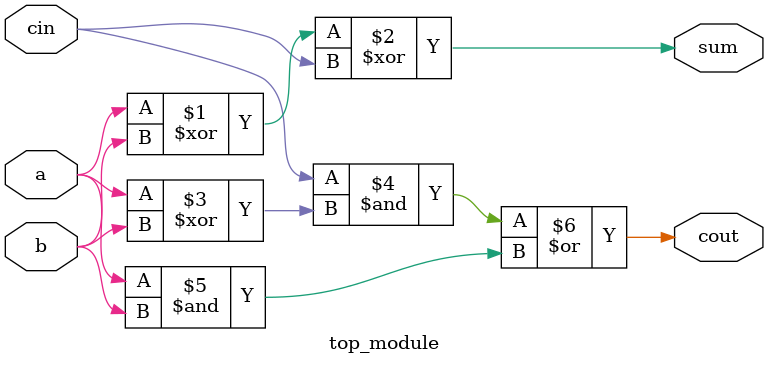
<source format=v>
module top_module( 
    input a, b, cin,
    output cout, sum );
    
    assign sum=a^b^cin;
    assign cout=cin&(a^b)|a&b;

endmodule

</source>
